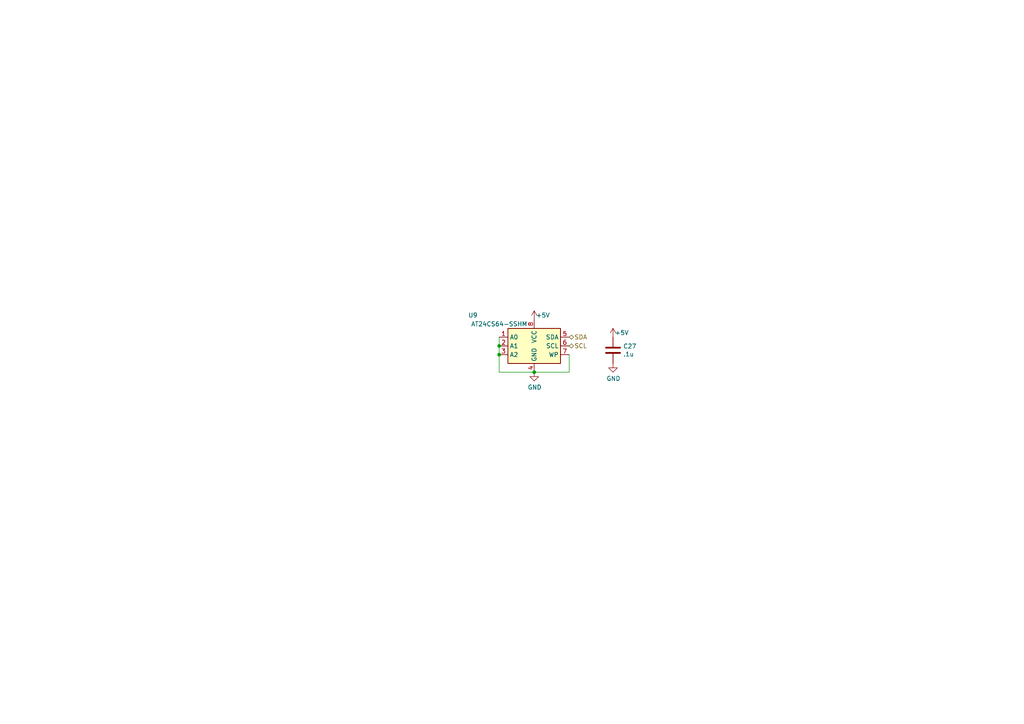
<source format=kicad_sch>
(kicad_sch (version 20211123) (generator eeschema)
  (paper "A4")
  (lib_symbols
    (symbol "Device:C" (pin_numbers hide) (pin_names (offset 0.254))
      (property "Reference" "C" (at 0.635 2.54 0))
      (property "Value" "C" (at 0.635 -2.54 0))
      (symbol "C_0_1"
        (polyline (pts (xy -2.032 -0.762) (xy 2.032 -0.762)) (stroke (width 0.508)))
        (polyline (pts (xy -2.032 0.762) (xy 2.032 0.762)) (stroke (width 0.508)))
      )
      (symbol "C_1_1"
        (pin passive line (at 0 3.81 270) (length 2.794) (name "~") (number "1"))
        (pin passive line (at 0 -3.81 90) (length 2.794) (name "~") (number "2"))
      )
    )
    (symbol "Memory_EEPROM:AT24CS64-SSHM"
      (property "Reference" "U" (at -7.62 6.35 0))
      (property "Value" "AT24CS64-SSHM" (at 2.54 -6.35 0))
      (symbol "AT24CS64-SSHM_1_1"
        (rectangle (start -7.62 5.08) (end 7.62 -5.08) (stroke (width 0.254)) (fill (type background)))
        (pin input line (at -10.16 2.54 0) (length 2.54) (name "A0") (number "1"))
        (pin input line (at -10.16 0 0) (length 2.54) (name "A1") (number "2"))
        (pin input line (at -10.16 -2.54 0) (length 2.54) (name "A2") (number "3"))
        (pin power_in line (at 0 -7.62 90) (length 2.54) (name "GND") (number "4"))
        (pin bidirectional line (at 10.16 2.54 180) (length 2.54) (name "SDA") (number "5"))
        (pin input line (at 10.16 0 180) (length 2.54) (name "SCL") (number "6"))
        (pin input line (at 10.16 -2.54 180) (length 2.54) (name "WP") (number "7"))
        (pin power_in line (at 0 7.62 270) (length 2.54) (name "VCC") (number "8"))
      )
    )
    (symbol "power:+5V" (power) (pin_names (offset 0))
      (property "Value" "+5V" (at 0 3.556 0))
      (symbol "+5V_0_1"
        (polyline (pts (xy -0.762 1.27) (xy 0 2.54)))
        (polyline (pts (xy 0 0) (xy 0 2.54)))
        (polyline (pts (xy 0 2.54) (xy 0.762 1.27)))
      )
      (symbol "+5V_1_1"
        (pin power_in line (at 0 0 90) (length 0) hide (name "+5V") (number "1"))
      )
    )
    (symbol "power:GND" (power) (pin_names (offset 0))
      (property "Value" "GND" (at 0 -3.81 0))
      (symbol "GND_0_1"
        (polyline (pts (xy 0 0) (xy 0 -1.27) (xy 1.27 -1.27) (xy 0 -2.54) (xy -1.27 -1.27) (xy 0 -1.27)))
      )
      (symbol "GND_1_1"
        (pin power_in line (at 0 0 270) (length 0) hide (name "GND") (number "1"))
      )
    )
  )
  (junction (at 144.78 100.33))
  (junction (at 144.78 102.87))
  (junction (at 154.94 107.95))
  (wire (pts (xy 165.1 107.95) (xy 165.1 102.87)))
  (wire (pts (xy 154.94 107.95) (xy 165.1 107.95)))
  (wire (pts (xy 144.78 97.79) (xy 144.78 100.33)))
  (wire (pts (xy 144.78 107.95) (xy 154.94 107.95)))
  (wire (pts (xy 144.78 100.33) (xy 144.78 102.87)))
  (wire (pts (xy 144.78 102.87) (xy 144.78 107.95)))
  (hierarchical_label "SCL" (shape bidirectional) (at 165.1 100.33 0))
  (hierarchical_label "SDA" (shape bidirectional) (at 165.1 97.79 0))
  (symbol (lib_id "Memory_EEPROM:AT24CS64-SSHM") (at 154.94 100.33 0) (unit 1)
    (property "Reference" "U9" (at 137.16 91.44 0))
    (property "Value" "AT24CS64-SSHM" (at 144.78 93.98 0))
    (property "Footprint" "Package_SO:SOIC-8_3.9x4.9mm_P1.27mm" (effects hide))
    (property "Datasheet" "http://ww1.microchip.com/downloads/en/DeviceDoc/Atmel-8870-SEEPROM-AT24CS64-Datasheet.pdf" (effects hide))
  )
  (symbol (lib_id "power:+5V") (at 154.94 92.71 0) (unit 1)
    (property "Reference" "#PWR062" (effects hide))
    (property "Value" "+5V" (at 157.48 91.44 0))
  )
  (symbol (lib_id "power:GND") (at 154.94 107.95 0) (unit 1)
    (property "Reference" "#PWR063" (effects hide))
    (property "Value" "GND" (at 155.067 112.3442 0))
  )
  (symbol (lib_id "Device:C") (at 177.8 101.6 0) (unit 1)
    (property "Reference" "C27" (at 180.721 100.4316 0) (effects (justify left)))
    (property "Value" ".1u" (at 180.721 102.743 0) (effects (justify left)))
    (property "Footprint" "Capacitor_SMD:C_0402_1005Metric" (effects hide))
  )
  (symbol (lib_id "power:+5V") (at 177.8 97.79 0) (unit 1)
    (property "Reference" "#PWR064" (effects hide))
    (property "Value" "+5V" (at 180.34 96.52 0))
  )
  (symbol (lib_id "power:GND") (at 177.8 105.41 0) (unit 1)
    (property "Reference" "#PWR065" (effects hide))
    (property "Value" "GND" (at 177.927 109.8042 0))
  )
)
</source>
